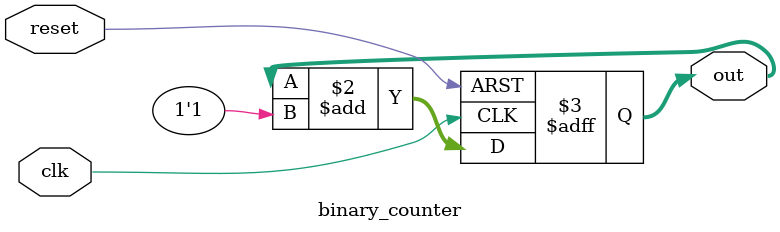
<source format=v>
module binary_counter (
    input clk,          // Clock input
    input reset,        // Asynchronous reset input
    output reg [3:0] out // 4-bit output
);

    // Counter logic
    always @(posedge clk or posedge reset) begin
        if (reset) begin
            out <= 4'b0000; // Reset counter to 0
        end else begin
            out <= out + 1'b1; // Increment counter
        end
    end

endmodule

</source>
